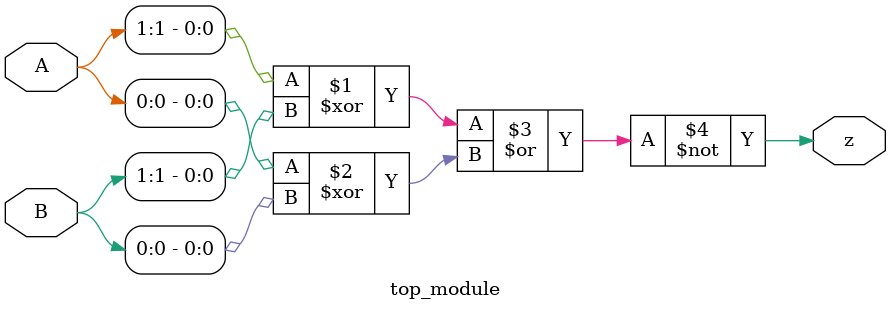
<source format=v>
module top_module ( input [1:0] A, input [1:0] B, output z ); 
    assign z = ~(A[1]^B[1] | A[0]^B[0]);
endmodule
</source>
